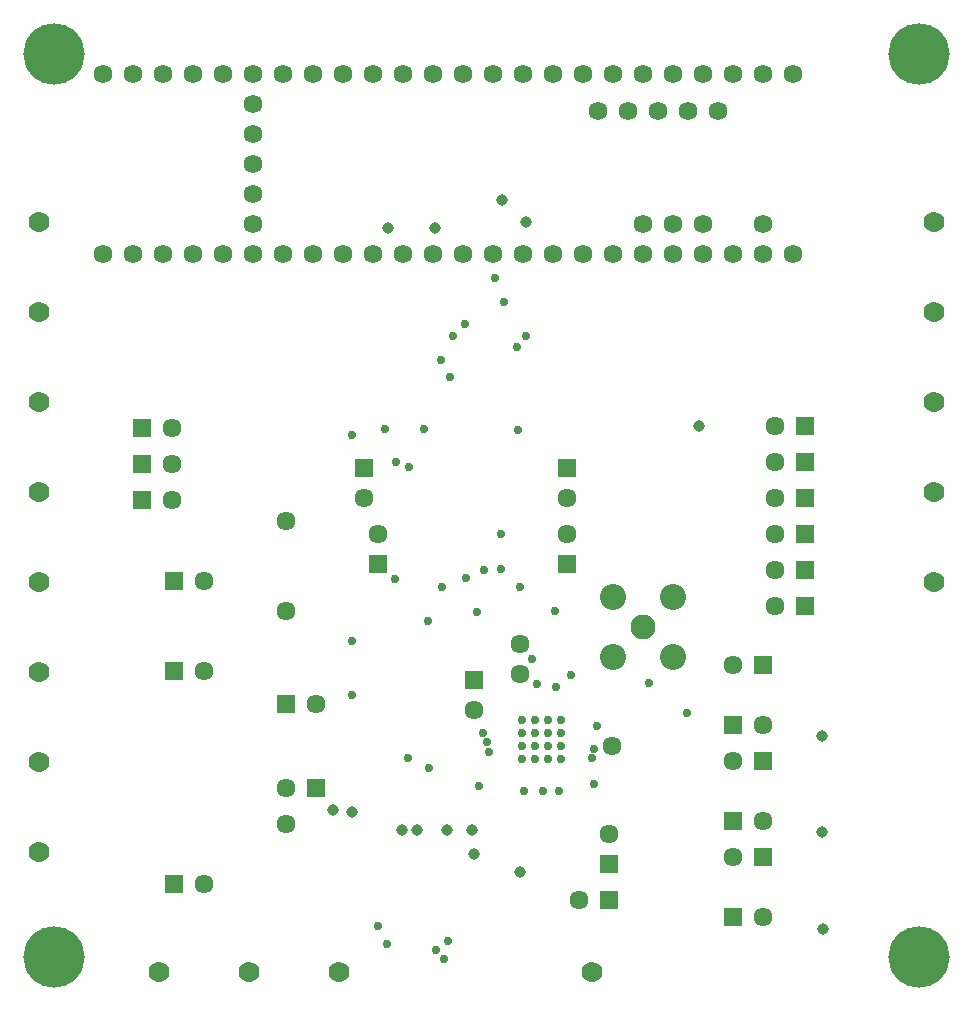
<source format=gbr>
%TF.GenerationSoftware,Altium Limited,Altium Designer,21.7.1 (17)*%
G04 Layer_Color=16711935*
%FSLAX26Y26*%
%MOIN*%
%TF.SameCoordinates,27FB9546-20EE-4E74-96E1-B46C9306E405*%
%TF.FilePolarity,Negative*%
%TF.FileFunction,Soldermask,Bot*%
%TF.Part,Single*%
G01*
G75*
%TA.AperFunction,ComponentPad*%
%ADD37C,0.062409*%
%ADD38C,0.063465*%
%ADD39R,0.063465X0.063465*%
%ADD40R,0.063465X0.063465*%
%TA.AperFunction,ViaPad*%
%ADD41C,0.204409*%
%ADD42C,0.063465*%
%TA.AperFunction,ComponentPad*%
%ADD43C,0.087087*%
%ADD44C,0.083150*%
%TA.AperFunction,ViaPad*%
%ADD45C,0.069409*%
%ADD46C,0.029409*%
%ADD47C,0.038409*%
D37*
X2415000Y3095000D02*
D03*
X2315000D02*
D03*
X2215000D02*
D03*
X2115000D02*
D03*
X2015000D02*
D03*
X1915000D02*
D03*
X1815000D02*
D03*
X1715000D02*
D03*
X1615000D02*
D03*
X1515000D02*
D03*
X1415000D02*
D03*
X1315000D02*
D03*
Y2495000D02*
D03*
X1415000D02*
D03*
X1515000D02*
D03*
X1615000D02*
D03*
X1715000D02*
D03*
X1815000D02*
D03*
X1915000D02*
D03*
X2015000D02*
D03*
X2115000D02*
D03*
X2215000D02*
D03*
X2315000D02*
D03*
X2515000Y3095000D02*
D03*
X2415000Y2495000D02*
D03*
X2515000D02*
D03*
X2615000Y3095000D02*
D03*
Y2495000D02*
D03*
X1215000Y3095000D02*
D03*
Y2495000D02*
D03*
X1115000Y3095000D02*
D03*
X1015000D02*
D03*
X915000D02*
D03*
X815000D02*
D03*
X715000D02*
D03*
X615000D02*
D03*
X515000D02*
D03*
X415000D02*
D03*
X315000D02*
D03*
Y2495000D02*
D03*
X415000D02*
D03*
X515000D02*
D03*
X615000D02*
D03*
X715000D02*
D03*
X815000D02*
D03*
X915000D02*
D03*
X1015000D02*
D03*
X1115000D02*
D03*
X815000Y2995000D02*
D03*
Y2795000D02*
D03*
Y2695000D02*
D03*
Y2895000D02*
D03*
Y2595000D02*
D03*
X2515000D02*
D03*
X2315000D02*
D03*
X2215000D02*
D03*
X2115000D02*
D03*
X2365000Y2970000D02*
D03*
X2265000D02*
D03*
X2165000D02*
D03*
X2065000D02*
D03*
X1965000D02*
D03*
D38*
X2555000Y1320000D02*
D03*
X1185000Y1680000D02*
D03*
X1860000D02*
D03*
X1230000Y1560000D02*
D03*
X1860000D02*
D03*
X545000Y1795000D02*
D03*
Y1915000D02*
D03*
Y1675000D02*
D03*
X2555000Y1680000D02*
D03*
Y1800000D02*
D03*
Y1440000D02*
D03*
X2415000Y805000D02*
D03*
X925000Y715000D02*
D03*
X1025000Y995000D02*
D03*
X2515000Y285000D02*
D03*
X2415000Y485000D02*
D03*
X2000000Y560000D02*
D03*
X2515000Y925000D02*
D03*
X2415000Y1125000D02*
D03*
X650000Y1105000D02*
D03*
X1550000Y975000D02*
D03*
X2555000Y1920000D02*
D03*
Y1560000D02*
D03*
X650000Y395000D02*
D03*
Y1405000D02*
D03*
X1900000Y340000D02*
D03*
X2515000Y605000D02*
D03*
D39*
X2655000Y1320000D02*
D03*
X445000Y1795000D02*
D03*
Y1915000D02*
D03*
Y1675000D02*
D03*
X2655000Y1680000D02*
D03*
Y1800000D02*
D03*
Y1440000D02*
D03*
X2515000Y805000D02*
D03*
X1025000Y715000D02*
D03*
X925000Y995000D02*
D03*
X2415000Y285000D02*
D03*
X2515000Y485000D02*
D03*
X2415000Y925000D02*
D03*
X2515000Y1125000D02*
D03*
X550000Y1105000D02*
D03*
X2655000Y1920000D02*
D03*
Y1560000D02*
D03*
X550000Y395000D02*
D03*
Y1405000D02*
D03*
X2000000Y340000D02*
D03*
X2415000Y605000D02*
D03*
D40*
X1185000Y1780000D02*
D03*
X1860000D02*
D03*
X1230000Y1460000D02*
D03*
X1860000D02*
D03*
X2000000Y460000D02*
D03*
X1550000Y1075000D02*
D03*
D41*
X3035000Y150000D02*
D03*
Y3160000D02*
D03*
X150000D02*
D03*
Y150000D02*
D03*
D42*
X925000Y1605000D02*
D03*
Y1305000D02*
D03*
Y595000D02*
D03*
X2010000Y855000D02*
D03*
X1705000Y1195000D02*
D03*
Y1095000D02*
D03*
D43*
X2015000Y1150000D02*
D03*
X2215000D02*
D03*
Y1350000D02*
D03*
X2015000D02*
D03*
D44*
X2115000Y1250000D02*
D03*
D45*
X3085000Y1400000D02*
D03*
Y1700000D02*
D03*
Y2000000D02*
D03*
Y2300000D02*
D03*
Y2600000D02*
D03*
X100000D02*
D03*
X800000Y100000D02*
D03*
X100000Y2300000D02*
D03*
Y2000000D02*
D03*
Y1700000D02*
D03*
Y1400000D02*
D03*
Y1100000D02*
D03*
Y800000D02*
D03*
Y500000D02*
D03*
X1100000Y100000D02*
D03*
X1945000D02*
D03*
X500000D02*
D03*
D46*
X2132388Y1062500D02*
D03*
X1780000Y705000D02*
D03*
X1696192Y1908808D02*
D03*
X2260000Y965000D02*
D03*
X1470000Y2085000D02*
D03*
X1255000Y1910000D02*
D03*
X1620000Y2415000D02*
D03*
X1650000Y2335000D02*
D03*
X1695000Y2185000D02*
D03*
X1725000Y2220000D02*
D03*
X1465000Y205000D02*
D03*
X1599408Y835475D02*
D03*
X1592880Y867806D02*
D03*
X1715998Y704717D02*
D03*
X1145000Y1890000D02*
D03*
X1290000Y1800000D02*
D03*
X1335000Y1785000D02*
D03*
X1950141Y727977D02*
D03*
X1567230Y722036D02*
D03*
X1400000Y780000D02*
D03*
X1142500Y1205000D02*
D03*
Y1022500D02*
D03*
X1579620Y897652D02*
D03*
X1525000Y1415000D02*
D03*
X1585000Y1440000D02*
D03*
X1640000Y1445000D02*
D03*
X1705000Y1385000D02*
D03*
X1445000D02*
D03*
X1286169Y1412372D02*
D03*
X1396101Y1270173D02*
D03*
X1950000Y845000D02*
D03*
X1961400Y922339D02*
D03*
X1875000Y1090000D02*
D03*
X1825000Y1050000D02*
D03*
X1945141Y812977D02*
D03*
X1640000Y1560000D02*
D03*
X1440000Y2140000D02*
D03*
X1480000Y2220000D02*
D03*
X1520000Y2260000D02*
D03*
X1385000Y1910000D02*
D03*
X1450000Y145000D02*
D03*
X1425000Y175000D02*
D03*
X1260000Y195000D02*
D03*
X1230000Y255000D02*
D03*
X1835000Y705000D02*
D03*
X1820000Y1305000D02*
D03*
X1760000Y1060000D02*
D03*
X1330000Y815000D02*
D03*
X1560000Y1300000D02*
D03*
X1745000Y1145000D02*
D03*
X1839961Y939961D02*
D03*
Y896654D02*
D03*
Y853346D02*
D03*
Y810039D02*
D03*
X1796654Y939961D02*
D03*
Y896654D02*
D03*
Y853346D02*
D03*
Y810039D02*
D03*
X1753347Y939961D02*
D03*
Y896654D02*
D03*
Y853346D02*
D03*
Y810039D02*
D03*
X1710039Y939961D02*
D03*
Y896654D02*
D03*
Y853346D02*
D03*
Y810039D02*
D03*
D47*
X1645000Y2675000D02*
D03*
X2300000Y1920000D02*
D03*
X1725000Y2600000D02*
D03*
X1420000Y2580000D02*
D03*
X1265000D02*
D03*
X1080000Y640000D02*
D03*
X1310000Y575000D02*
D03*
X1360000D02*
D03*
X1550000Y495000D02*
D03*
X2715000Y245000D02*
D03*
X2711706Y565998D02*
D03*
X2710407Y887284D02*
D03*
X1145000Y635000D02*
D03*
X1705000Y435000D02*
D03*
X1545000Y575000D02*
D03*
X1460000D02*
D03*
%TF.MD5,e89bfdda5ddf687527873e6a60dec81f*%
M02*

</source>
